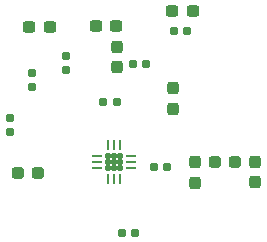
<source format=gtp>
G04 #@! TF.GenerationSoftware,KiCad,Pcbnew,8.0.9-1.fc41*
G04 #@! TF.CreationDate,2025-05-25T01:26:54-03:00*
G04 #@! TF.ProjectId,PA-circuit,50412d63-6972-4637-9569-742e6b696361,rev?*
G04 #@! TF.SameCoordinates,Original*
G04 #@! TF.FileFunction,Paste,Top*
G04 #@! TF.FilePolarity,Positive*
%FSLAX46Y46*%
G04 Gerber Fmt 4.6, Leading zero omitted, Abs format (unit mm)*
G04 Created by KiCad (PCBNEW 8.0.9-1.fc41) date 2025-05-25 01:26:54*
%MOMM*%
%LPD*%
G01*
G04 APERTURE LIST*
G04 Aperture macros list*
%AMRoundRect*
0 Rectangle with rounded corners*
0 $1 Rounding radius*
0 $2 $3 $4 $5 $6 $7 $8 $9 X,Y pos of 4 corners*
0 Add a 4 corners polygon primitive as box body*
4,1,4,$2,$3,$4,$5,$6,$7,$8,$9,$2,$3,0*
0 Add four circle primitives for the rounded corners*
1,1,$1+$1,$2,$3*
1,1,$1+$1,$4,$5*
1,1,$1+$1,$6,$7*
1,1,$1+$1,$8,$9*
0 Add four rect primitives between the rounded corners*
20,1,$1+$1,$2,$3,$4,$5,0*
20,1,$1+$1,$4,$5,$6,$7,0*
20,1,$1+$1,$6,$7,$8,$9,0*
20,1,$1+$1,$8,$9,$2,$3,0*%
G04 Aperture macros list end*
%ADD10RoundRect,0.155000X-0.212500X-0.155000X0.212500X-0.155000X0.212500X0.155000X-0.212500X0.155000X0*%
%ADD11RoundRect,0.237500X-0.237500X0.287500X-0.237500X-0.287500X0.237500X-0.287500X0.237500X0.287500X0*%
%ADD12RoundRect,0.155000X-0.155000X0.212500X-0.155000X-0.212500X0.155000X-0.212500X0.155000X0.212500X0*%
%ADD13RoundRect,0.237500X-0.237500X0.300000X-0.237500X-0.300000X0.237500X-0.300000X0.237500X0.300000X0*%
%ADD14RoundRect,0.237500X-0.300000X-0.237500X0.300000X-0.237500X0.300000X0.237500X-0.300000X0.237500X0*%
%ADD15RoundRect,0.155000X0.212500X0.155000X-0.212500X0.155000X-0.212500X-0.155000X0.212500X-0.155000X0*%
%ADD16RoundRect,0.237500X-0.287500X-0.237500X0.287500X-0.237500X0.287500X0.237500X-0.287500X0.237500X0*%
%ADD17RoundRect,0.237500X0.300000X0.237500X-0.300000X0.237500X-0.300000X-0.237500X0.300000X-0.237500X0*%
%ADD18RoundRect,0.160000X-0.160000X0.197500X-0.160000X-0.197500X0.160000X-0.197500X0.160000X0.197500X0*%
%ADD19RoundRect,0.237500X0.237500X-0.287500X0.237500X0.287500X-0.237500X0.287500X-0.237500X-0.287500X0*%
%ADD20RoundRect,0.115000X-0.115000X-0.115000X0.115000X-0.115000X0.115000X0.115000X-0.115000X0.115000X0*%
%ADD21RoundRect,0.062500X-0.350000X-0.062500X0.350000X-0.062500X0.350000X0.062500X-0.350000X0.062500X0*%
%ADD22RoundRect,0.062500X-0.062500X-0.350000X0.062500X-0.350000X0.062500X0.350000X-0.062500X0.350000X0*%
G04 APERTURE END LIST*
D10*
X92205578Y-47292071D03*
X93340578Y-47292071D03*
X90536078Y-58776958D03*
X91671078Y-58776958D03*
D11*
X87375236Y-48619901D03*
X87375236Y-50369901D03*
X94003578Y-58390958D03*
X94003578Y-60140958D03*
D12*
X78344578Y-54706000D03*
X78344578Y-55841000D03*
D10*
X87811078Y-64364958D03*
X88946078Y-64364958D03*
D13*
X99083578Y-58390958D03*
X99083578Y-60115958D03*
D14*
X92098078Y-45592071D03*
X93823078Y-45592071D03*
D15*
X89861078Y-50065958D03*
X88726078Y-50065958D03*
D10*
X86230379Y-53334668D03*
X87365379Y-53334668D03*
D16*
X78994078Y-59284958D03*
X80744078Y-59284958D03*
D17*
X81689578Y-46928500D03*
X79964578Y-46928500D03*
D18*
X83064578Y-49431000D03*
X83064578Y-50626000D03*
D19*
X92173078Y-53892071D03*
X92173078Y-52142071D03*
D18*
X80164578Y-50831000D03*
X80164578Y-52026000D03*
D14*
X85610578Y-46917071D03*
X87335578Y-46917071D03*
D16*
X95668578Y-58390958D03*
X97418578Y-58390958D03*
D20*
X86601078Y-57860958D03*
X86601078Y-58390958D03*
X86601078Y-58920958D03*
X87131078Y-57860958D03*
X87131078Y-58390958D03*
X87131078Y-58920958D03*
X87661078Y-57860958D03*
X87661078Y-58390958D03*
X87661078Y-58920958D03*
D21*
X85693578Y-57890958D03*
X85693578Y-58390958D03*
X85693578Y-58890958D03*
D22*
X86631078Y-59828458D03*
X87131078Y-59828458D03*
X87631078Y-59828458D03*
D21*
X88568578Y-58890958D03*
X88568578Y-58390958D03*
X88568578Y-57890958D03*
D22*
X87631078Y-56953458D03*
X87131078Y-56953458D03*
X86631078Y-56953458D03*
M02*

</source>
